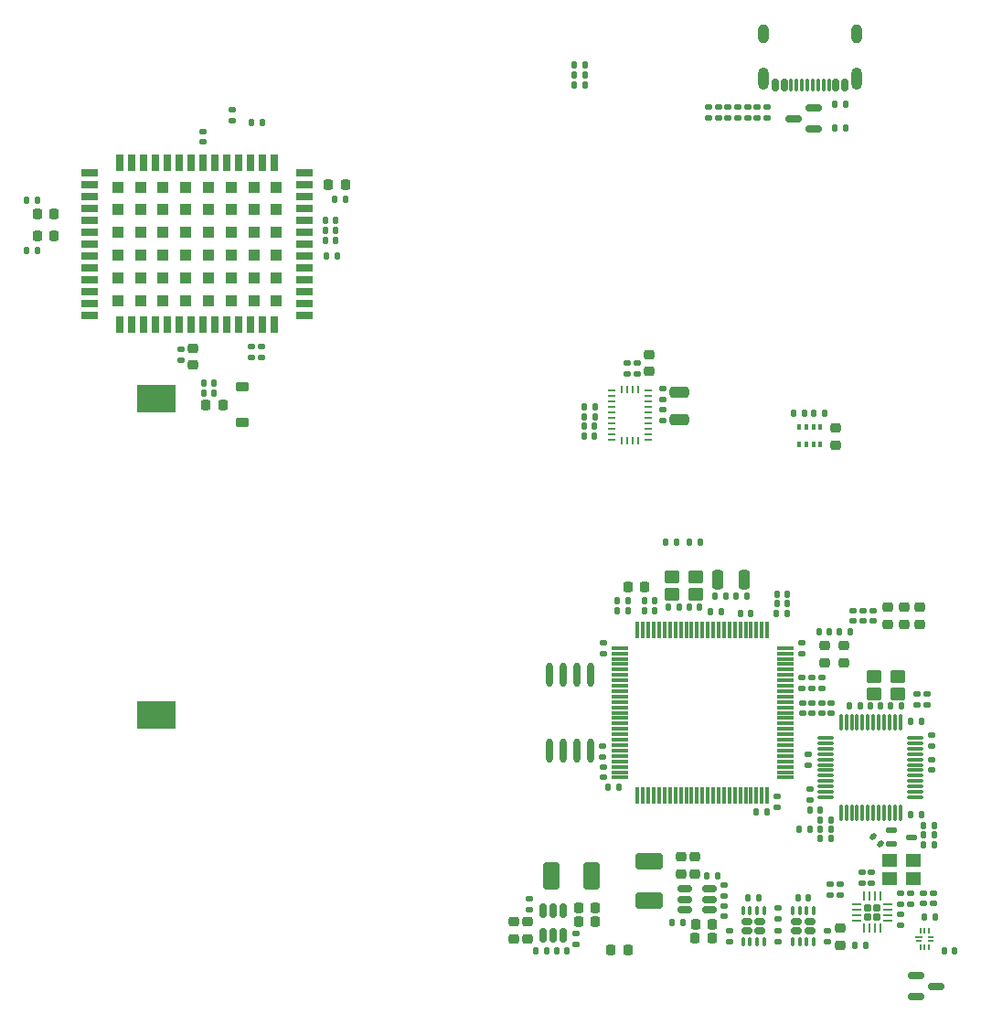
<source format=gbr>
%TF.GenerationSoftware,KiCad,Pcbnew,8.0.9-8.0.9-0~ubuntu24.04.1*%
%TF.CreationDate,2025-02-26T00:10:32+00:00*%
%TF.ProjectId,nav-module,6e61762d-6d6f-4647-956c-652e6b696361,1.0.0*%
%TF.SameCoordinates,Original*%
%TF.FileFunction,Paste,Top*%
%TF.FilePolarity,Positive*%
%FSLAX46Y46*%
G04 Gerber Fmt 4.6, Leading zero omitted, Abs format (unit mm)*
G04 Created by KiCad (PCBNEW 8.0.9-8.0.9-0~ubuntu24.04.1) date 2025-02-26 00:10:32*
%MOMM*%
%LPD*%
G01*
G04 APERTURE LIST*
G04 Aperture macros list*
%AMRoundRect*
0 Rectangle with rounded corners*
0 $1 Rounding radius*
0 $2 $3 $4 $5 $6 $7 $8 $9 X,Y pos of 4 corners*
0 Add a 4 corners polygon primitive as box body*
4,1,4,$2,$3,$4,$5,$6,$7,$8,$9,$2,$3,0*
0 Add four circle primitives for the rounded corners*
1,1,$1+$1,$2,$3*
1,1,$1+$1,$4,$5*
1,1,$1+$1,$6,$7*
1,1,$1+$1,$8,$9*
0 Add four rect primitives between the rounded corners*
20,1,$1+$1,$2,$3,$4,$5,0*
20,1,$1+$1,$4,$5,$6,$7,0*
20,1,$1+$1,$6,$7,$8,$9,0*
20,1,$1+$1,$8,$9,$2,$3,0*%
G04 Aperture macros list end*
%ADD10RoundRect,0.250000X0.650000X0.250000X-0.650000X0.250000X-0.650000X-0.250000X0.650000X-0.250000X0*%
%ADD11R,0.350000X0.500000*%
%ADD12RoundRect,0.250001X0.999999X-0.499999X0.999999X0.499999X-0.999999X0.499999X-0.999999X-0.499999X0*%
%ADD13RoundRect,0.140000X0.140000X0.170000X-0.140000X0.170000X-0.140000X-0.170000X0.140000X-0.170000X0*%
%ADD14RoundRect,0.140000X-0.170000X0.140000X-0.170000X-0.140000X0.170000X-0.140000X0.170000X0.140000X0*%
%ADD15RoundRect,0.147500X0.147500X0.172500X-0.147500X0.172500X-0.147500X-0.172500X0.147500X-0.172500X0*%
%ADD16RoundRect,0.150000X0.587500X0.150000X-0.587500X0.150000X-0.587500X-0.150000X0.587500X-0.150000X0*%
%ADD17RoundRect,0.140000X0.170000X-0.140000X0.170000X0.140000X-0.170000X0.140000X-0.170000X-0.140000X0*%
%ADD18RoundRect,0.140000X-0.140000X-0.170000X0.140000X-0.170000X0.140000X0.170000X-0.140000X0.170000X0*%
%ADD19RoundRect,0.220000X0.220000X0.255000X-0.220000X0.255000X-0.220000X-0.255000X0.220000X-0.255000X0*%
%ADD20RoundRect,0.220000X0.255000X-0.220000X0.255000X0.220000X-0.255000X0.220000X-0.255000X-0.220000X0*%
%ADD21RoundRect,0.225000X-0.375000X0.225000X-0.375000X-0.225000X0.375000X-0.225000X0.375000X0.225000X0*%
%ADD22RoundRect,0.225000X-0.250000X0.225000X-0.250000X-0.225000X0.250000X-0.225000X0.250000X0.225000X0*%
%ADD23R,0.663000X0.225000*%
%ADD24R,0.563000X0.225000*%
%ADD25R,0.225000X0.563000*%
%ADD26RoundRect,0.150000X-0.512500X-0.150000X0.512500X-0.150000X0.512500X0.150000X-0.512500X0.150000X0*%
%ADD27RoundRect,0.150000X-0.587500X-0.150000X0.587500X-0.150000X0.587500X0.150000X-0.587500X0.150000X0*%
%ADD28RoundRect,0.220000X-0.255000X0.220000X-0.255000X-0.220000X0.255000X-0.220000X0.255000X0.220000X0*%
%ADD29RoundRect,0.225000X0.225000X0.250000X-0.225000X0.250000X-0.225000X-0.250000X0.225000X-0.250000X0*%
%ADD30RoundRect,0.250000X0.450000X0.350000X-0.450000X0.350000X-0.450000X-0.350000X0.450000X-0.350000X0*%
%ADD31RoundRect,0.075000X-0.075000X0.662500X-0.075000X-0.662500X0.075000X-0.662500X0.075000X0.662500X0*%
%ADD32RoundRect,0.075000X-0.662500X0.075000X-0.662500X-0.075000X0.662500X-0.075000X0.662500X0.075000X0*%
%ADD33RoundRect,0.075000X-0.075000X0.725000X-0.075000X-0.725000X0.075000X-0.725000X0.075000X0.725000X0*%
%ADD34RoundRect,0.075000X-0.725000X0.075000X-0.725000X-0.075000X0.725000X-0.075000X0.725000X0.075000X0*%
%ADD35RoundRect,0.220000X-0.220000X-0.255000X0.220000X-0.255000X0.220000X0.255000X-0.220000X0.255000X0*%
%ADD36RoundRect,0.150000X0.150000X0.425000X-0.150000X0.425000X-0.150000X-0.425000X0.150000X-0.425000X0*%
%ADD37RoundRect,0.075000X0.075000X0.500000X-0.075000X0.500000X-0.075000X-0.500000X0.075000X-0.500000X0*%
%ADD38O,1.000000X2.100000*%
%ADD39O,1.000000X1.800000*%
%ADD40RoundRect,0.225000X-0.225000X-0.250000X0.225000X-0.250000X0.225000X0.250000X-0.225000X0.250000X0*%
%ADD41R,3.600000X2.600000*%
%ADD42RoundRect,0.160000X-0.325000X0.160000X-0.325000X-0.160000X0.325000X-0.160000X0.325000X0.160000X0*%
%ADD43RoundRect,0.075000X-0.075000X0.350000X-0.075000X-0.350000X0.075000X-0.350000X0.075000X0.350000X0*%
%ADD44RoundRect,0.250000X0.250000X-0.650000X0.250000X0.650000X-0.250000X0.650000X-0.250000X-0.650000X0*%
%ADD45RoundRect,0.140000X0.219203X0.021213X0.021213X0.219203X-0.219203X-0.021213X-0.021213X-0.219203X0*%
%ADD46R,0.800000X1.500000*%
%ADD47R,1.500000X0.800000*%
%ADD48R,1.100000X1.100000*%
%ADD49R,1.400000X1.200000*%
%ADD50RoundRect,0.225000X0.250000X-0.225000X0.250000X0.225000X-0.250000X0.225000X-0.250000X-0.225000X0*%
%ADD51O,0.630000X2.250000*%
%ADD52RoundRect,0.250001X-0.499999X-0.999999X0.499999X-0.999999X0.499999X0.999999X-0.499999X0.999999X0*%
%ADD53RoundRect,0.172500X-0.172500X0.172500X-0.172500X-0.172500X0.172500X-0.172500X0.172500X0.172500X0*%
%ADD54RoundRect,0.062500X-0.062500X0.350000X-0.062500X-0.350000X0.062500X-0.350000X0.062500X0.350000X0*%
%ADD55RoundRect,0.062500X-0.350000X0.062500X-0.350000X-0.062500X0.350000X-0.062500X0.350000X0.062500X0*%
%ADD56R,0.675000X0.254000*%
%ADD57R,0.254000X0.675000*%
%ADD58RoundRect,0.125000X0.345000X0.125000X-0.345000X0.125000X-0.345000X-0.125000X0.345000X-0.125000X0*%
%ADD59RoundRect,0.150000X-0.150000X0.512500X-0.150000X-0.512500X0.150000X-0.512500X0.150000X0.512500X0*%
G04 APERTURE END LIST*
D10*
%TO.C,X1200*%
X109930000Y-89685000D03*
X109930000Y-87185002D03*
%TD*%
D11*
%TO.C,U1300*%
X122995001Y-91985001D03*
X122345000Y-91985001D03*
X121695000Y-91985001D03*
X121044999Y-91985001D03*
X121044999Y-90385001D03*
X121695000Y-90385001D03*
X122345000Y-90385001D03*
X122995001Y-90385001D03*
%TD*%
D12*
%TO.C,L301*%
X107120720Y-134271542D03*
X107120720Y-130571542D03*
%TD*%
D13*
%TO.C,C1302*%
X121519999Y-89085001D03*
X120520001Y-89085001D03*
%TD*%
D14*
%TO.C,C1101*%
X63770000Y-83185002D03*
X63770000Y-84185000D03*
%TD*%
D13*
%TO.C,C1301*%
X123419999Y-89085001D03*
X122420001Y-89085001D03*
%TD*%
D15*
%TO.C,L1100*%
X71295000Y-62155001D03*
X70325000Y-62155001D03*
%TD*%
D14*
%TO.C,R903*%
X126850000Y-131625000D03*
X126850000Y-132625000D03*
%TD*%
D13*
%TO.C,R308*%
X127200000Y-138375000D03*
X126200000Y-138375000D03*
%TD*%
D16*
%TO.C,U802*%
X122387500Y-62765001D03*
X122387500Y-60865001D03*
X120512500Y-61815001D03*
%TD*%
D14*
%TO.C,R418*%
X70330000Y-82975002D03*
X70330000Y-83975000D03*
%TD*%
D17*
%TO.C,C501*%
X119100000Y-138075000D03*
X119100000Y-137075000D03*
%TD*%
D18*
%TO.C,R716*%
X123000000Y-128525000D03*
X124000000Y-128525000D03*
%TD*%
D14*
%TO.C,R306*%
X114070720Y-132821542D03*
X114070720Y-133821542D03*
%TD*%
D19*
%TO.C,D1103*%
X79019999Y-67975001D03*
X77440001Y-67975001D03*
%TD*%
D20*
%TO.C,D301*%
X124850000Y-138365000D03*
X124850000Y-136785000D03*
%TD*%
D21*
%TO.C,D1100*%
X69470000Y-86635001D03*
X69470000Y-89935001D03*
%TD*%
D19*
%TO.C,FB400*%
X106740000Y-105225000D03*
X105160000Y-105225000D03*
%TD*%
D17*
%TO.C,C601*%
X114550000Y-138075000D03*
X114550000Y-137075000D03*
%TD*%
D13*
%TO.C,R301*%
X97650000Y-138871508D03*
X96650000Y-138871508D03*
%TD*%
%TO.C,C408*%
X105200000Y-106475000D03*
X104200000Y-106475000D03*
%TD*%
D17*
%TO.C,R600*%
X119100000Y-135925000D03*
X119100000Y-134925000D03*
%TD*%
D18*
%TO.C,C400*%
X115575000Y-107650000D03*
X116575000Y-107650000D03*
%TD*%
D22*
%TO.C,C1100*%
X64930000Y-83095001D03*
X64930000Y-84655001D03*
%TD*%
D13*
%TO.C,C313*%
X114250000Y-106025000D03*
X113250000Y-106025000D03*
%TD*%
D18*
%TO.C,R801*%
X124350000Y-62675000D03*
X125350000Y-62675000D03*
%TD*%
D13*
%TO.C,C600*%
X117300000Y-134025000D03*
X116300000Y-134025000D03*
%TD*%
%TO.C,C407*%
X107675000Y-107375000D03*
X106675000Y-107375000D03*
%TD*%
D18*
%TO.C,C314*%
X115200000Y-106025000D03*
X116200000Y-106025000D03*
%TD*%
D23*
%TO.C,U801*%
X132131500Y-137600000D03*
D24*
X132081500Y-138000000D03*
D25*
X132250000Y-138568500D03*
X132650000Y-138568500D03*
X133050000Y-138568500D03*
D24*
X133218500Y-138000000D03*
X133218500Y-137600000D03*
D25*
X133050000Y-137031500D03*
X132650000Y-137031500D03*
X132250000Y-137031500D03*
%TD*%
D22*
%TO.C,C1300*%
X124420000Y-90505001D03*
X124420000Y-92065001D03*
%TD*%
%TO.C,C304*%
X94646542Y-136211059D03*
X94646542Y-137771059D03*
%TD*%
D14*
%TO.C,C305*%
X96090000Y-134071508D03*
X96090000Y-135071508D03*
%TD*%
D13*
%TO.C,R404*%
X119950000Y-107645000D03*
X118950000Y-107645000D03*
%TD*%
%TO.C,C1204*%
X102097500Y-91234999D03*
X101097502Y-91234999D03*
%TD*%
D26*
%TO.C,U301*%
X110412500Y-133168050D03*
X110412500Y-134118050D03*
X110412500Y-135068050D03*
X112687500Y-135068050D03*
X112687500Y-134118050D03*
X112687500Y-133168050D03*
%TD*%
D13*
%TO.C,C500*%
X121900000Y-134025000D03*
X120900000Y-134025000D03*
%TD*%
D14*
%TO.C,R902*%
X127750000Y-131625000D03*
X127750000Y-132625000D03*
%TD*%
D20*
%TO.C,D400*%
X129240000Y-108665000D03*
X129240000Y-107085000D03*
%TD*%
D27*
%TO.C,U200*%
X131832500Y-141212501D03*
X131832500Y-143112501D03*
X133707500Y-142162501D03*
%TD*%
D14*
%TO.C,R700*%
X121325000Y-115925000D03*
X121325000Y-116925000D03*
%TD*%
D18*
%TO.C,R405*%
X100228400Y-58685001D03*
X101228400Y-58685001D03*
%TD*%
D17*
%TO.C,R409*%
X114450000Y-61725000D03*
X114450000Y-60725000D03*
%TD*%
%TO.C,R400*%
X113550000Y-61725000D03*
X113550000Y-60725000D03*
%TD*%
%TO.C,R411*%
X126950000Y-108375000D03*
X126950000Y-107375000D03*
%TD*%
D14*
%TO.C,R1200*%
X105110000Y-84435003D03*
X105110000Y-85435001D03*
%TD*%
D13*
%TO.C,R1105*%
X50469999Y-69385001D03*
X49470001Y-69385001D03*
%TD*%
D14*
%TO.C,C410*%
X123100000Y-113600000D03*
X123100000Y-114600000D03*
%TD*%
D28*
%TO.C,D701*%
X125175000Y-110660000D03*
X125175000Y-112240000D03*
%TD*%
D13*
%TO.C,R1103*%
X78130000Y-72175001D03*
X77130002Y-72175001D03*
%TD*%
D14*
%TO.C,R701*%
X124000000Y-115925000D03*
X124000000Y-116925000D03*
%TD*%
%TO.C,C405*%
X121275000Y-110350000D03*
X121275000Y-111350000D03*
%TD*%
D29*
%TO.C,C301*%
X102180000Y-136171508D03*
X100620000Y-136171508D03*
%TD*%
D17*
%TO.C,C300*%
X100400000Y-138281508D03*
X100400000Y-137281508D03*
%TD*%
D20*
%TO.C,D402*%
X132240000Y-108665000D03*
X132240000Y-107085000D03*
%TD*%
D30*
%TO.C,Y700*%
X130150000Y-113525000D03*
X127950000Y-113525000D03*
X127950000Y-115125000D03*
X130150000Y-115125000D03*
%TD*%
D31*
%TO.C,U700*%
X130400000Y-117762500D03*
X129900000Y-117762500D03*
X129400000Y-117762500D03*
X128900000Y-117762500D03*
X128400000Y-117762500D03*
X127900000Y-117762500D03*
X127400000Y-117762500D03*
X126900000Y-117762500D03*
X126400000Y-117762500D03*
X125900000Y-117762500D03*
X125400000Y-117762500D03*
X124900000Y-117762500D03*
D32*
X123487500Y-119175000D03*
X123487500Y-119675000D03*
X123487500Y-120175000D03*
X123487500Y-120675000D03*
X123487500Y-121175000D03*
X123487500Y-121675000D03*
X123487500Y-122175000D03*
X123487500Y-122675000D03*
X123487500Y-123175000D03*
X123487500Y-123675000D03*
X123487500Y-124175000D03*
X123487500Y-124675000D03*
D31*
X124900000Y-126087500D03*
X125400000Y-126087500D03*
X125900000Y-126087500D03*
X126400000Y-126087500D03*
X126900000Y-126087500D03*
X127400000Y-126087500D03*
X127900000Y-126087500D03*
X128400000Y-126087500D03*
X128900000Y-126087500D03*
X129400000Y-126087500D03*
X129900000Y-126087500D03*
X130400000Y-126087500D03*
D32*
X131812500Y-124675000D03*
X131812500Y-124175000D03*
X131812500Y-123675000D03*
X131812500Y-123175000D03*
X131812500Y-122675000D03*
X131812500Y-122175000D03*
X131812500Y-121675000D03*
X131812500Y-121175000D03*
X131812500Y-120675000D03*
X131812500Y-120175000D03*
X131812500Y-119675000D03*
X131812500Y-119175000D03*
%TD*%
D14*
%TO.C,C1202*%
X108410002Y-88785002D03*
X108410002Y-89785000D03*
%TD*%
D18*
%TO.C,R707*%
X122850000Y-109375000D03*
X123850000Y-109375000D03*
%TD*%
D33*
%TO.C,U400*%
X118075000Y-109175000D03*
X117575000Y-109175000D03*
X117075000Y-109175000D03*
X116575000Y-109175000D03*
X116075000Y-109175000D03*
X115575000Y-109175000D03*
X115075000Y-109175000D03*
X114575000Y-109175000D03*
X114075000Y-109175000D03*
X113575000Y-109175000D03*
X113075000Y-109175000D03*
X112575000Y-109175000D03*
X112075000Y-109175000D03*
X111575000Y-109175000D03*
X111075000Y-109175000D03*
X110575000Y-109175000D03*
X110075000Y-109175000D03*
X109575000Y-109175000D03*
X109075000Y-109175000D03*
X108575000Y-109175000D03*
X108075000Y-109175000D03*
X107575000Y-109175000D03*
X107075000Y-109175000D03*
X106575000Y-109175000D03*
X106075000Y-109175000D03*
D34*
X104400000Y-110850000D03*
X104400000Y-111350000D03*
X104400000Y-111850000D03*
X104400000Y-112350000D03*
X104400000Y-112850000D03*
X104400000Y-113350000D03*
X104400000Y-113850000D03*
X104400000Y-114350000D03*
X104400000Y-114850000D03*
X104400000Y-115350000D03*
X104400000Y-115850000D03*
X104400000Y-116350000D03*
X104400000Y-116850000D03*
X104400000Y-117350000D03*
X104400000Y-117850000D03*
X104400000Y-118350000D03*
X104400000Y-118850000D03*
X104400000Y-119350000D03*
X104400000Y-119850000D03*
X104400000Y-120350000D03*
X104400000Y-120850000D03*
X104400000Y-121350000D03*
X104400000Y-121850000D03*
X104400000Y-122350000D03*
X104400000Y-122850000D03*
D33*
X106075000Y-124525000D03*
X106575000Y-124525000D03*
X107075000Y-124525000D03*
X107575000Y-124525000D03*
X108075000Y-124525000D03*
X108575000Y-124525000D03*
X109075000Y-124525000D03*
X109575000Y-124525000D03*
X110075000Y-124525000D03*
X110575000Y-124525000D03*
X111075000Y-124525000D03*
X111575000Y-124525000D03*
X112075000Y-124525000D03*
X112575000Y-124525000D03*
X113075000Y-124525000D03*
X113575000Y-124525000D03*
X114075000Y-124525000D03*
X114575000Y-124525000D03*
X115075000Y-124525000D03*
X115575000Y-124525000D03*
X116075000Y-124525000D03*
X116575000Y-124525000D03*
X117075000Y-124525000D03*
X117575000Y-124525000D03*
X118075000Y-124525000D03*
D34*
X119750000Y-122850000D03*
X119750000Y-122350000D03*
X119750000Y-121850000D03*
X119750000Y-121350000D03*
X119750000Y-120850000D03*
X119750000Y-120350000D03*
X119750000Y-119850000D03*
X119750000Y-119350000D03*
X119750000Y-118850000D03*
X119750000Y-118350000D03*
X119750000Y-117850000D03*
X119750000Y-117350000D03*
X119750000Y-116850000D03*
X119750000Y-116350000D03*
X119750000Y-115850000D03*
X119750000Y-115350000D03*
X119750000Y-114850000D03*
X119750000Y-114350000D03*
X119750000Y-113850000D03*
X119750000Y-113350000D03*
X119750000Y-112850000D03*
X119750000Y-112350000D03*
X119750000Y-111850000D03*
X119750000Y-111350000D03*
X119750000Y-110850000D03*
%TD*%
D13*
%TO.C,C409*%
X105200000Y-107375000D03*
X104200000Y-107375000D03*
%TD*%
%TO.C,C708*%
X128600000Y-116235000D03*
X127600000Y-116235000D03*
%TD*%
D14*
%TO.C,R705*%
X132900000Y-115125000D03*
X132900000Y-116125000D03*
%TD*%
D13*
%TO.C,R1100*%
X66870000Y-86335001D03*
X65870002Y-86335001D03*
%TD*%
D14*
%TO.C,R307*%
X114070720Y-134721542D03*
X114070720Y-135721542D03*
%TD*%
D35*
%TO.C,D1101*%
X50480001Y-70685001D03*
X52059999Y-70685001D03*
%TD*%
D18*
%TO.C,R711*%
X132550000Y-128175000D03*
X133550000Y-128175000D03*
%TD*%
%TO.C,R710*%
X132550000Y-127275000D03*
X133550000Y-127275000D03*
%TD*%
%TO.C,R715*%
X123000000Y-127650000D03*
X124000000Y-127650000D03*
%TD*%
D13*
%TO.C,R1106*%
X50479999Y-74085001D03*
X49480001Y-74085001D03*
%TD*%
D14*
%TO.C,C801*%
X116250000Y-60725000D03*
X116250000Y-61725000D03*
%TD*%
D17*
%TO.C,C402*%
X102875000Y-111350000D03*
X102875000Y-110350000D03*
%TD*%
D14*
%TO.C,C1104*%
X68570000Y-60985002D03*
X68570000Y-61985000D03*
%TD*%
D36*
%TO.C,J800*%
X125250000Y-58715000D03*
X124450000Y-58715000D03*
D37*
X123300000Y-58715000D03*
X122300000Y-58715000D03*
X121800000Y-58715000D03*
X120800000Y-58715000D03*
D36*
X119650000Y-58715000D03*
X118850000Y-58715000D03*
X118850000Y-58715000D03*
X119650000Y-58715000D03*
D37*
X120300000Y-58715000D03*
X121300000Y-58715000D03*
X122800000Y-58715000D03*
X123800000Y-58715000D03*
D36*
X124450000Y-58715000D03*
X125250000Y-58715000D03*
D38*
X126370000Y-58140000D03*
D39*
X126370000Y-53960000D03*
D38*
X117730000Y-58140000D03*
D39*
X117730000Y-53960000D03*
%TD*%
D18*
%TO.C,C311*%
X109270720Y-136281542D03*
X110270720Y-136281542D03*
%TD*%
%TO.C,C1105*%
X77130002Y-71275001D03*
X78130000Y-71275001D03*
%TD*%
%TO.C,C707*%
X129500000Y-116225000D03*
X130500000Y-116225000D03*
%TD*%
D14*
%TO.C,R901*%
X123900000Y-132725000D03*
X123900000Y-133725000D03*
%TD*%
D13*
%TO.C,R709*%
X133550000Y-129075000D03*
X132550000Y-129075000D03*
%TD*%
D14*
%TO.C,R805*%
X117150000Y-60725000D03*
X117150000Y-61725000D03*
%TD*%
%TO.C,R800*%
X118050000Y-60725000D03*
X118050000Y-61725000D03*
%TD*%
D40*
%TO.C,C310*%
X111420720Y-136481542D03*
X112980720Y-136481542D03*
%TD*%
D14*
%TO.C,R402*%
X122200000Y-113600000D03*
X122200000Y-114600000D03*
%TD*%
D17*
%TO.C,R702*%
X133300000Y-122175000D03*
X133300000Y-121175000D03*
%TD*%
%TO.C,C1201*%
X106010000Y-85434999D03*
X106010000Y-84435001D03*
%TD*%
D40*
%TO.C,C309*%
X111410271Y-137725000D03*
X112970271Y-137725000D03*
%TD*%
D17*
%TO.C,C900*%
X130450000Y-134575000D03*
X130450000Y-133575000D03*
%TD*%
D14*
%TO.C,C404*%
X118975000Y-124600000D03*
X118975000Y-125600000D03*
%TD*%
%TO.C,R802*%
X132550000Y-133525000D03*
X132550000Y-134525000D03*
%TD*%
D18*
%TO.C,C701*%
X131350000Y-117625000D03*
X132350000Y-117625000D03*
%TD*%
D41*
%TO.C,BAT1100*%
X61470000Y-87785001D03*
X61470000Y-117085001D03*
%TD*%
D13*
%TO.C,R300*%
X99550000Y-138871508D03*
X98550000Y-138871508D03*
%TD*%
D18*
%TO.C,R1201*%
X101097501Y-90335002D03*
X102097499Y-90335002D03*
%TD*%
D13*
%TO.C,R1101*%
X78130000Y-73075001D03*
X77130002Y-73075001D03*
%TD*%
D18*
%TO.C,C700*%
X122000000Y-125875000D03*
X123000000Y-125875000D03*
%TD*%
D17*
%TO.C,R500*%
X123650000Y-138075000D03*
X123650000Y-137075000D03*
%TD*%
D13*
%TO.C,C406*%
X107675000Y-106475000D03*
X106675000Y-106475000D03*
%TD*%
%TO.C,C411*%
X109925000Y-107025000D03*
X108925000Y-107025000D03*
%TD*%
D14*
%TO.C,C704*%
X133290000Y-118922500D03*
X133290000Y-119922500D03*
%TD*%
D13*
%TO.C,C1205*%
X102109999Y-88535002D03*
X101110001Y-88535002D03*
%TD*%
D17*
%TO.C,C902*%
X131350000Y-134575000D03*
X131350000Y-133575000D03*
%TD*%
D18*
%TO.C,C312*%
X132650000Y-135775000D03*
X133650000Y-135775000D03*
%TD*%
D17*
%TO.C,C702*%
X122010000Y-124927500D03*
X122010000Y-123927500D03*
%TD*%
D14*
%TO.C,R706*%
X131950000Y-115125000D03*
X131950000Y-116125000D03*
%TD*%
D17*
%TO.C,R803*%
X133450000Y-134525000D03*
X133450000Y-133525000D03*
%TD*%
D40*
%TO.C,C1102*%
X66090000Y-88385001D03*
X67650000Y-88385001D03*
%TD*%
D22*
%TO.C,C307*%
X110108674Y-130191542D03*
X110108674Y-131751542D03*
%TD*%
D13*
%TO.C,C306*%
X113480720Y-131971542D03*
X112480720Y-131971542D03*
%TD*%
D17*
%TO.C,R401*%
X121300000Y-114600000D03*
X121300000Y-113600000D03*
%TD*%
D35*
%TO.C,F300*%
X103610000Y-138775000D03*
X105190000Y-138775000D03*
%TD*%
D18*
%TO.C,R714*%
X123000000Y-126775000D03*
X124000000Y-126775000D03*
%TD*%
D14*
%TO.C,R900*%
X124800000Y-132725000D03*
X124800000Y-133725000D03*
%TD*%
D18*
%TO.C,C414*%
X117075000Y-126050000D03*
X118075000Y-126050000D03*
%TD*%
D13*
%TO.C,R427*%
X111869999Y-101085001D03*
X110870001Y-101085001D03*
%TD*%
D42*
%TO.C,U600*%
X117400000Y-136225000D03*
X116200000Y-136225000D03*
X117400000Y-137025000D03*
X116200000Y-137025000D03*
D43*
X117775000Y-135175000D03*
X117125000Y-135175000D03*
X116475000Y-135175000D03*
X115825000Y-135175000D03*
X115825000Y-138075000D03*
X116475000Y-138075000D03*
X117125000Y-138075000D03*
X117775000Y-138075000D03*
%TD*%
D44*
%TO.C,X300*%
X113475000Y-104550000D03*
X115975000Y-104550000D03*
%TD*%
D13*
%TO.C,R406*%
X101228400Y-56885001D03*
X100228400Y-56885001D03*
%TD*%
D17*
%TO.C,R412*%
X126050000Y-108375000D03*
X126050000Y-107375000D03*
%TD*%
%TO.C,C706*%
X122200000Y-116925000D03*
X122200000Y-115925000D03*
%TD*%
D18*
%TO.C,C800*%
X124350000Y-60525000D03*
X125350000Y-60525000D03*
%TD*%
D29*
%TO.C,C302*%
X102180000Y-134909462D03*
X100620000Y-134909462D03*
%TD*%
D18*
%TO.C,R1202*%
X101110001Y-89435002D03*
X102109999Y-89435002D03*
%TD*%
D14*
%TO.C,R1102*%
X65840000Y-63005002D03*
X65840000Y-64005000D03*
%TD*%
D18*
%TO.C,C401*%
X112825000Y-107475000D03*
X113825000Y-107475000D03*
%TD*%
%TO.C,C705*%
X125700000Y-116235000D03*
X126700000Y-116235000D03*
%TD*%
D45*
%TO.C,R712*%
X128553553Y-129028553D03*
X127846447Y-128321447D03*
%TD*%
D18*
%TO.C,R426*%
X108670000Y-101085001D03*
X109670000Y-101085001D03*
%TD*%
D30*
%TO.C,X400*%
X111475000Y-104250000D03*
X109275000Y-104250000D03*
X109275000Y-105850000D03*
X111475000Y-105850000D03*
%TD*%
D46*
%TO.C,U1100*%
X72430000Y-65925003D03*
X71330000Y-65925002D03*
X70230000Y-65925003D03*
X69130000Y-65925002D03*
X68030000Y-65925002D03*
X66930000Y-65925002D03*
X65830000Y-65925002D03*
X64730000Y-65925002D03*
X63630000Y-65925002D03*
X62530000Y-65925002D03*
X61430000Y-65925002D03*
X60330000Y-65925003D03*
X59230000Y-65925002D03*
X58130000Y-65925003D03*
D47*
X55330000Y-66825002D03*
X55330000Y-67925002D03*
X55330000Y-69025002D03*
X55330000Y-70125002D03*
X55330000Y-71225003D03*
X55330000Y-72325002D03*
X55330001Y-73425002D03*
X55330000Y-74525002D03*
X55330000Y-75625001D03*
X55330000Y-76725002D03*
X55330000Y-77825002D03*
X55330000Y-78925002D03*
X55330000Y-80025002D03*
D46*
X58130000Y-80925001D03*
X59230000Y-80925002D03*
X60330000Y-80925001D03*
X61430000Y-80925002D03*
X62530000Y-80925002D03*
X63630000Y-80925002D03*
X64730000Y-80925002D03*
X65830000Y-80925002D03*
X66930000Y-80925002D03*
X68030000Y-80925002D03*
X69130000Y-80925002D03*
X70230000Y-80925001D03*
X71330000Y-80925002D03*
X72430000Y-80925001D03*
D47*
X75230000Y-80025002D03*
X75230000Y-78925002D03*
X75230000Y-77825002D03*
X75230000Y-76725002D03*
X75230000Y-75625001D03*
X75230000Y-74525002D03*
X75229999Y-73425002D03*
X75230000Y-72325002D03*
X75230000Y-71225003D03*
X75230000Y-70125002D03*
X75230000Y-69025002D03*
X75230000Y-67925002D03*
X75230000Y-66825002D03*
D48*
X72630000Y-68175002D03*
X70530000Y-68175002D03*
X68430000Y-68175002D03*
X66330001Y-68175002D03*
X64229999Y-68175002D03*
X62130000Y-68175002D03*
X60030000Y-68175002D03*
X57930000Y-68175002D03*
X72630000Y-70275002D03*
X70530000Y-70275002D03*
X68430000Y-70275002D03*
X62130000Y-70275002D03*
X60030000Y-70275002D03*
X57930000Y-70275002D03*
X66330000Y-70275003D03*
X64230000Y-70275003D03*
X70530000Y-72375001D03*
X60030000Y-72375001D03*
X72630000Y-72375002D03*
X68429999Y-72375002D03*
X66330000Y-72375002D03*
X64230000Y-72375002D03*
X62130001Y-72375002D03*
X57930000Y-72375002D03*
X72630000Y-74475002D03*
X68429999Y-74475002D03*
X66330000Y-74475002D03*
X64230000Y-74475002D03*
X62130001Y-74475002D03*
X57930000Y-74475002D03*
X70530000Y-74475003D03*
X60030000Y-74475003D03*
X66330000Y-76575001D03*
X64230000Y-76575001D03*
X72630000Y-76575002D03*
X70530000Y-76575002D03*
X68430000Y-76575002D03*
X62130000Y-76575002D03*
X60030000Y-76575002D03*
X57930000Y-76575002D03*
X72630000Y-78675002D03*
X70530000Y-78675002D03*
X68430000Y-78675002D03*
X66330001Y-78675002D03*
X64229999Y-78675002D03*
X62130000Y-78675002D03*
X60030000Y-78675002D03*
X57930000Y-78675002D03*
%TD*%
D14*
%TO.C,R708*%
X121900000Y-120675000D03*
X121900000Y-121675000D03*
%TD*%
D13*
%TO.C,C403*%
X104325000Y-123750000D03*
X103325000Y-123750000D03*
%TD*%
D17*
%TO.C,R410*%
X127850000Y-108375000D03*
X127850000Y-107375000D03*
%TD*%
D18*
%TO.C,C1103*%
X65870001Y-87235001D03*
X66869999Y-87235001D03*
%TD*%
D49*
%TO.C,Y900*%
X131600000Y-130475000D03*
X129400000Y-130475000D03*
X129400000Y-132175000D03*
X131600000Y-132175000D03*
%TD*%
D42*
%TO.C,U500*%
X122000000Y-136225000D03*
X120800000Y-136225000D03*
X122000000Y-137025000D03*
X120800000Y-137025000D03*
D43*
X122375000Y-135175000D03*
X121725000Y-135175000D03*
X121075000Y-135175000D03*
X120425000Y-135175000D03*
X120425000Y-138075000D03*
X121075000Y-138075000D03*
X121725000Y-138075000D03*
X122375000Y-138075000D03*
%TD*%
D18*
%TO.C,R713*%
X124750000Y-109375000D03*
X125750000Y-109375000D03*
%TD*%
D50*
%TO.C,C1200*%
X107110000Y-85215002D03*
X107110000Y-83655002D03*
%TD*%
D18*
%TO.C,C412*%
X110825000Y-107025000D03*
X111825000Y-107025000D03*
%TD*%
%TO.C,C415*%
X118960000Y-105865000D03*
X119960000Y-105865000D03*
%TD*%
D51*
%TO.C,U100*%
X101705000Y-113320000D03*
X100435000Y-113320000D03*
X99155000Y-113320000D03*
X97885000Y-113320000D03*
X97885000Y-120380000D03*
X99155000Y-120380000D03*
X100435000Y-120380000D03*
X101705000Y-120380000D03*
%TD*%
D20*
%TO.C,D700*%
X123425000Y-112240000D03*
X123425000Y-110660000D03*
%TD*%
D14*
%TO.C,C413*%
X102875000Y-121850000D03*
X102875000Y-122850000D03*
%TD*%
D52*
%TO.C,L300*%
X98100000Y-131921508D03*
X101800000Y-131921508D03*
%TD*%
D17*
%TO.C,C100*%
X102850000Y-120925000D03*
X102850000Y-119925000D03*
%TD*%
D14*
%TO.C,R416*%
X71230000Y-82975002D03*
X71230000Y-83975000D03*
%TD*%
D53*
%TO.C,U302*%
X128225000Y-134887500D03*
X127375000Y-134887500D03*
X128225000Y-135737500D03*
X127375000Y-135737500D03*
D54*
X128550000Y-133850000D03*
X128050000Y-133850000D03*
X127550000Y-133850000D03*
X127050000Y-133850000D03*
D55*
X126337500Y-134562500D03*
X126337500Y-135062500D03*
X126337500Y-135562500D03*
X126337500Y-136062500D03*
D54*
X127050000Y-136775000D03*
X127550000Y-136775000D03*
X128050000Y-136775000D03*
X128550000Y-136775000D03*
D55*
X129262500Y-136062500D03*
X129262500Y-135562500D03*
X129262500Y-135062500D03*
X129262500Y-134562500D03*
%TD*%
D18*
%TO.C,C703*%
X131350000Y-126275000D03*
X132350000Y-126275000D03*
%TD*%
D20*
%TO.C,D401*%
X130750000Y-108665000D03*
X130750000Y-107085000D03*
%TD*%
D17*
%TO.C,R408*%
X115350000Y-61725000D03*
X115350000Y-60725000D03*
%TD*%
D13*
%TO.C,R403*%
X119960000Y-106765000D03*
X118960000Y-106765000D03*
%TD*%
D17*
%TO.C,R703*%
X123100000Y-116925000D03*
X123100000Y-115925000D03*
%TD*%
D22*
%TO.C,C308*%
X111370720Y-130191542D03*
X111370720Y-131751542D03*
%TD*%
D35*
%TO.C,D1102*%
X50480001Y-72685001D03*
X52059999Y-72685001D03*
%TD*%
D13*
%TO.C,R1107*%
X79029999Y-69275001D03*
X78030001Y-69275001D03*
%TD*%
D56*
%TO.C,U1200*%
X107022500Y-87035001D03*
D57*
X106110001Y-86897501D03*
X105610000Y-86897501D03*
X105110000Y-86897501D03*
X104609999Y-86897501D03*
D56*
X103697500Y-87035001D03*
X103697500Y-87535001D03*
X103697499Y-88035001D03*
X103697500Y-88535001D03*
X103697500Y-89035001D03*
X103697500Y-89535001D03*
X103697500Y-90035001D03*
X103697499Y-90535001D03*
X103697500Y-91035001D03*
X103697500Y-91535001D03*
D57*
X104609999Y-91672501D03*
X105110000Y-91672501D03*
X105610000Y-91672501D03*
X106110001Y-91672501D03*
D56*
X107022500Y-91535001D03*
X107022500Y-91035001D03*
X107022501Y-90535001D03*
X107022500Y-90035001D03*
X107022500Y-89535001D03*
X107022500Y-89035001D03*
X107022500Y-88535001D03*
X107022501Y-88035001D03*
X107022500Y-87535001D03*
%TD*%
D17*
%TO.C,R407*%
X112650000Y-61725000D03*
X112650000Y-60725000D03*
%TD*%
%TO.C,C1203*%
X108410002Y-87835000D03*
X108410002Y-86835002D03*
%TD*%
D58*
%TO.C,Q700*%
X129600000Y-127725000D03*
X129600000Y-129025000D03*
X131400000Y-128375000D03*
%TD*%
D14*
%TO.C,C904*%
X130450000Y-135525000D03*
X130450000Y-136525000D03*
%TD*%
D13*
%TO.C,C416*%
X101228400Y-57785001D03*
X100228400Y-57785001D03*
%TD*%
D18*
%TO.C,R804*%
X134450000Y-138925000D03*
X135450000Y-138925000D03*
%TD*%
D59*
%TO.C,U300*%
X99203492Y-135213288D03*
X98253492Y-135213288D03*
X97303492Y-135213288D03*
X97303492Y-137488288D03*
X98253492Y-137488288D03*
X99203492Y-137488288D03*
%TD*%
D13*
%TO.C,R1104*%
X78229999Y-74575001D03*
X77230001Y-74575001D03*
%TD*%
D22*
%TO.C,C303*%
X95890000Y-136221508D03*
X95890000Y-137781508D03*
%TD*%
D18*
%TO.C,R704*%
X121050000Y-127650000D03*
X122050000Y-127650000D03*
%TD*%
M02*

</source>
